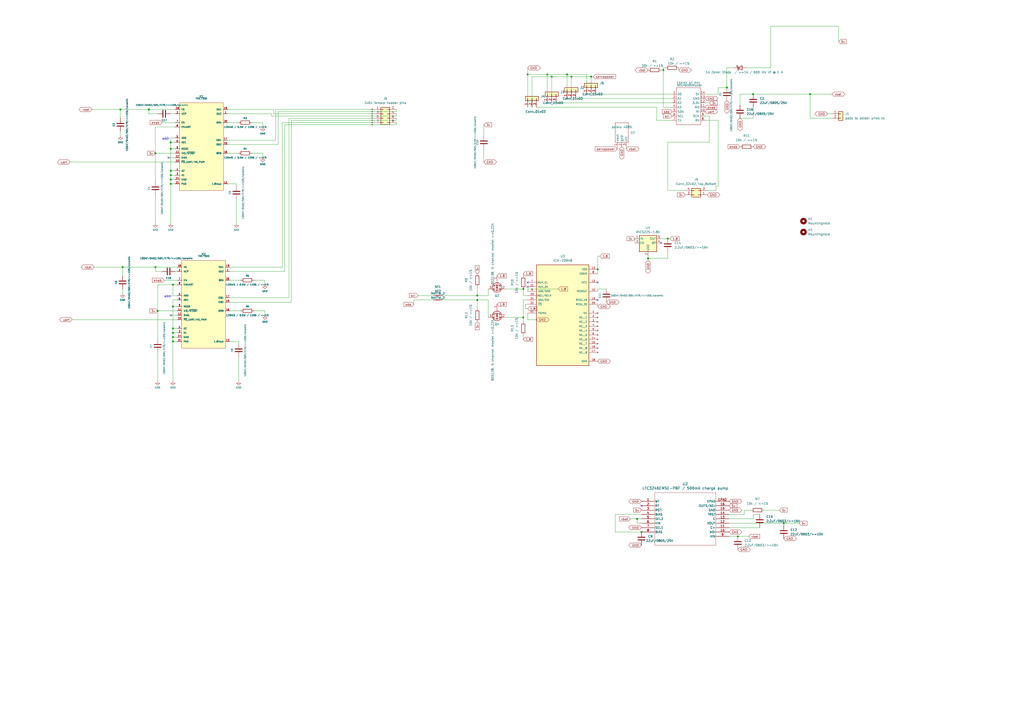
<source format=kicad_sch>
(kicad_sch (version 20230121) (generator eeschema)
  (paper "A2")
  (title_block (title "RCM NIBBLE") (rev "1.7") (company "RCMgames") (comment 1 "https://github.com/RCMgames/RCM-Hardware-Nibble"))
  (junction (at 427.99 311.15))
  (junction (at 320.04 44.45))
  (junction (at 346.71 156.21))
  (junction (at 276.86 173.99))
  (junction (at 100.33 165.1))
  (junction (at 469.9 54.61))
  (junction (at 100.33 198.12))
  (junction (at 303.53 167.64))
  (junction (at 91.44 180.34))
  (junction (at 99.06 99.06))
  (junction (at 375.92 149.86))
  (junction (at 99.06 86.36))
  (junction (at 317.5 43.18))
  (junction (at 100.33 177.8))
  (junction (at 99.06 106.68))
  (junction (at 90.17 88.9))
  (junction (at 99.06 101.6))
  (junction (at 384.81 40.64))
  (junction (at 421.64 50.8))
  (junction (at 342.9 44.45))
  (junction (at 331.47 44.45))
  (junction (at 387.35 138.43))
  (junction (at 99.06 104.14))
  (junction (at 71.12 154.94))
  (junction (at 276.86 171.45))
  (junction (at 372.11 308.61))
  (junction (at 369.57 300.99))
  (junction (at 100.33 195.58))
  (junction (at 100.33 193.04))
  (junction (at 90.17 154.94))
  (junction (at 100.33 190.5))
  (junction (at 436.88 54.61))
  (junction (at 86.36 63.5))
  (junction (at 99.06 82.55))
  (junction (at 303.53 184.15))
  (junction (at 454.66 303.53))
  (junction (at 306.07 43.18))
  (junction (at 69.85 63.5))
  (junction (at 328.93 43.18))
  (no_connect (at 97.79 91.44))
  (no_connect (at 346.71 173.99))
  (no_connect (at 383.54 140.97))
  (no_connect (at 306.07 166.37))
  (no_connect (at 99.06 182.88))
  (no_connect (at 306.07 163.83))
  (no_connect (at 346.71 163.83))
  (no_connect (at 372.11 293.37))
  (wire (pts (xy 102.87 165.1) (xy 100.33 165.1)))
  (wire (pts (xy 433.07 39.37) (xy 447.04 39.37)))
  (wire (pts (xy 240.03 176.53) (xy 240.03 173.99)))
  (wire (pts (xy 146.05 71.12) (xy 152.4 71.12)))
  (wire (pts (xy 242.57 171.45) (xy 251.46 171.45)))
  (wire (pts (xy 422.91 300.99) (xy 436.88 300.99)))
  (wire (pts (xy 425.45 39.37) (xy 421.64 39.37)))
  (wire (pts (xy 167.64 68.58) (xy 167.64 172.72)))
  (wire (pts (xy 93.98 157.48) (xy 90.17 157.48)))
  (wire (pts (xy 283.21 184.15) (xy 283.21 173.99)))
  (wire (pts (xy 99.06 86.36) (xy 99.06 99.06)))
  (wire (pts (xy 408.94 69.85) (xy 416.56 69.85)))
  (wire (pts (xy 375.92 149.86) (xy 375.92 148.59)))
  (wire (pts (xy 436.88 300.99) (xy 436.88 298.45)))
  (wire (pts (xy 381 62.23) (xy 381 69.85)))
  (wire (pts (xy 90.17 154.94) (xy 102.87 154.94)))
  (wire (pts (xy 157.48 66.04) (xy 157.48 67.31)))
  (wire (pts (xy 101.6 80.01) (xy 99.06 80.01)))
  (wire (pts (xy 422.91 311.15) (xy 427.99 311.15)))
  (wire (pts (xy 306.07 179.07) (xy 304.8 179.07)))
  (wire (pts (xy 139.7 180.34) (xy 133.35 180.34)))
  (wire (pts (xy 147.32 180.34) (xy 153.67 180.34)))
  (wire (pts (xy 454.66 303.53) (xy 454.66 304.8)))
  (wire (pts (xy 320.04 59.69) (xy 320.04 44.45)))
  (wire (pts (xy 387.35 82.55) (xy 411.48 82.55)))
  (wire (pts (xy 99.06 66.04) (xy 101.6 66.04)))
  (wire (pts (xy 429.26 54.61) (xy 429.26 60.96)))
  (wire (pts (xy 132.08 66.04) (xy 157.48 66.04)))
  (wire (pts (xy 447.04 39.37) (xy 447.04 15.24)))
  (wire (pts (xy 303.53 171.45) (xy 306.07 171.45)))
  (wire (pts (xy 133.35 154.94) (xy 163.83 154.94)))
  (wire (pts (xy 429.26 54.61) (xy 436.88 54.61)))
  (wire (pts (xy 99.06 80.01) (xy 99.06 82.55)))
  (wire (pts (xy 383.54 40.64) (xy 384.81 40.64)))
  (wire (pts (xy 306.07 43.18) (xy 306.07 62.23)))
  (wire (pts (xy 304.8 179.07) (xy 304.8 176.53)))
  (wire (pts (xy 356.87 298.45) (xy 356.87 308.61)))
  (wire (pts (xy 306.07 167.64) (xy 323.85 167.64)))
  (wire (pts (xy 436.88 68.58) (xy 429.26 68.58)))
  (wire (pts (xy 346.71 156.21) (xy 346.71 158.75)))
  (wire (pts (xy 102.87 195.58) (xy 100.33 195.58)))
  (wire (pts (xy 102.87 190.5) (xy 100.33 190.5)))
  (wire (pts (xy 431.8 298.45) (xy 422.91 298.45)))
  (wire (pts (xy 90.17 113.03) (xy 90.17 129.54)))
  (wire (pts (xy 469.9 54.61) (xy 482.6 54.61)))
  (wire (pts (xy 320.04 44.45) (xy 331.47 44.45)))
  (wire (pts (xy 99.06 101.6) (xy 99.06 104.14)))
  (wire (pts (xy 137.16 107.95) (xy 137.16 106.68)))
  (wire (pts (xy 482.6 68.58) (xy 469.9 68.58)))
  (wire (pts (xy 317.5 43.18) (xy 317.5 59.69)))
  (wire (pts (xy 381 69.85) (xy 389.89 69.85)))
  (wire (pts (xy 69.85 68.58) (xy 69.85 63.5)))
  (wire (pts (xy 91.44 196.85) (xy 91.44 180.34)))
  (wire (pts (xy 303.53 194.31) (xy 303.53 196.85)))
  (wire (pts (xy 137.16 106.68) (xy 132.08 106.68)))
  (wire (pts (xy 306.07 39.37) (xy 306.07 43.18)))
  (wire (pts (xy 408.94 59.69) (xy 411.48 59.69)))
  (wire (pts (xy 346.71 167.64) (xy 346.71 168.91)))
  (wire (pts (xy 90.17 73.66) (xy 101.6 73.66)))
  (wire (pts (xy 416.56 54.61) (xy 416.56 50.8)))
  (wire (pts (xy 160.02 63.5) (xy 160.02 81.28)))
  (wire (pts (xy 229.87 64.77) (xy 229.87 63.5)))
  (wire (pts (xy 384.81 40.64) (xy 384.81 62.23)))
  (wire (pts (xy 431.8 295.91) (xy 431.8 298.45)))
  (wire (pts (xy 100.33 190.5) (xy 100.33 193.04)))
  (wire (pts (xy 168.91 69.85) (xy 229.87 69.85)))
  (wire (pts (xy 358.14 86.36) (xy 358.14 85.09)))
  (wire (pts (xy 447.04 15.24) (xy 486.41 15.24)))
  (wire (pts (xy 165.1 72.39) (xy 165.1 157.48)))
  (wire (pts (xy 163.83 71.12) (xy 217.17 71.12)))
  (wire (pts (xy 256.54 171.45) (xy 276.86 171.45)))
  (wire (pts (xy 342.9 44.45) (xy 342.9 54.61)))
  (wire (pts (xy 158.75 63.5) (xy 158.75 66.04)))
  (wire (pts (xy 161.29 64.77) (xy 161.29 83.82)))
  (wire (pts (xy 101.6 82.55) (xy 99.06 82.55)))
  (wire (pts (xy 436.88 54.61) (xy 469.9 54.61)))
  (wire (pts (xy 276.86 173.99) (xy 283.21 173.99)))
  (wire (pts (xy 91.44 204.47) (xy 91.44 220.98)))
  (wire (pts (xy 276.86 166.37) (xy 276.86 171.45)))
  (wire (pts (xy 416.56 50.8) (xy 421.64 50.8)))
  (wire (pts (xy 138.43 207.01) (xy 138.43 220.98)))
  (wire (pts (xy 132.08 81.28) (xy 160.02 81.28)))
  (wire (pts (xy 393.7 39.37) (xy 393.7 40.64)))
  (wire (pts (xy 306.07 43.18) (xy 317.5 43.18)))
  (wire (pts (xy 100.33 165.1) (xy 100.33 171.45)))
  (wire (pts (xy 160.02 63.5) (xy 217.17 63.5)))
  (wire (pts (xy 99.06 99.06) (xy 99.06 101.6)))
  (wire (pts (xy 322.58 59.69) (xy 389.89 59.69)))
  (wire (pts (xy 229.87 69.85) (xy 229.87 68.58)))
  (wire (pts (xy 69.85 78.74) (xy 69.85 76.2)))
  (wire (pts (xy 102.87 193.04) (xy 100.33 193.04)))
  (wire (pts (xy 138.43 71.12) (xy 132.08 71.12)))
  (wire (pts (xy 100.33 173.99) (xy 100.33 177.8)))
  (wire (pts (xy 372.11 303.53) (xy 369.57 303.53)))
  (wire (pts (xy 369.57 300.99) (xy 372.11 300.99)))
  (wire (pts (xy 101.6 99.06) (xy 99.06 99.06)))
  (wire (pts (xy 90.17 157.48) (xy 90.17 154.94)))
  (wire (pts (xy 276.86 173.99) (xy 276.86 179.07)))
  (wire (pts (xy 147.32 162.56) (xy 153.67 162.56)))
  (wire (pts (xy 101.6 101.6) (xy 99.06 101.6)))
  (wire (pts (xy 303.53 186.69) (xy 303.53 184.15)))
  (wire (pts (xy 303.53 173.99) (xy 306.07 173.99)))
  (wire (pts (xy 317.5 43.18) (xy 328.93 43.18)))
  (wire (pts (xy 387.35 110.49) (xy 397.51 110.49)))
  (wire (pts (xy 158.75 66.04) (xy 217.17 66.04)))
  (wire (pts (xy 384.81 62.23) (xy 389.89 62.23)))
  (wire (pts (xy 387.35 138.43) (xy 383.54 138.43)))
  (wire (pts (xy 408.94 54.61) (xy 416.56 54.61)))
  (wire (pts (xy 99.06 104.14) (xy 99.06 106.68)))
  (wire (pts (xy 280.67 86.36) (xy 280.67 93.98)))
  (wire (pts (xy 256.54 173.99) (xy 276.86 173.99)))
  (wire (pts (xy 102.87 177.8) (xy 100.33 177.8)))
  (wire (pts (xy 283.21 167.64) (xy 283.21 171.45)))
  (wire (pts (xy 132.08 83.82) (xy 161.29 83.82)))
  (wire (pts (xy 91.44 66.04) (xy 86.36 66.04)))
  (wire (pts (xy 138.43 88.9) (xy 132.08 88.9)))
  (wire (pts (xy 101.6 106.68) (xy 99.06 106.68)))
  (wire (pts (xy 53.34 63.5) (xy 69.85 63.5)))
  (wire (pts (xy 416.56 69.85) (xy 416.56 107.95)))
  (wire (pts (xy 91.44 165.1) (xy 91.44 180.34)))
  (wire (pts (xy 90.17 105.41) (xy 90.17 88.9)))
  (wire (pts (xy 163.83 71.12) (xy 163.83 154.94)))
  (wire (pts (xy 101.6 88.9) (xy 90.17 88.9)))
  (wire (pts (xy 293.37 167.64) (xy 303.53 167.64)))
  (wire (pts (xy 346.71 176.53) (xy 346.71 177.8)))
  (wire (pts (xy 387.35 146.05) (xy 387.35 149.86)))
  (wire (pts (xy 153.67 162.56) (xy 153.67 165.1)))
  (wire (pts (xy 303.53 184.15) (xy 293.37 184.15)))
  (wire (pts (xy 436.88 298.45) (xy 440.69 298.45)))
  (wire (pts (xy 102.87 173.99) (xy 100.33 173.99)))
  (wire (pts (xy 469.9 68.58) (xy 469.9 54.61)))
  (wire (pts (xy 331.47 44.45) (xy 331.47 57.15)))
  (wire (pts (xy 452.12 295.91) (xy 443.23 295.91)))
  (wire (pts (xy 240.03 173.99) (xy 251.46 173.99)))
  (wire (pts (xy 102.87 180.34) (xy 91.44 180.34)))
  (wire (pts (xy 347.98 148.59) (xy 346.71 148.59)))
  (wire (pts (xy 99.06 182.88) (xy 102.87 182.88)))
  (wire (pts (xy 454.66 303.53) (xy 463.55 303.53)))
  (wire (pts (xy 100.33 195.58) (xy 100.33 198.12)))
  (wire (pts (xy 303.53 171.45) (xy 303.53 167.64)))
  (wire (pts (xy 133.35 172.72) (xy 167.64 172.72)))
  (wire (pts (xy 101.6 157.48) (xy 102.87 157.48)))
  (wire (pts (xy 133.35 157.48) (xy 165.1 157.48)))
  (wire (pts (xy 153.67 180.34) (xy 153.67 182.88)))
  (wire (pts (xy 101.6 104.14) (xy 99.06 104.14)))
  (wire (pts (xy 408.94 67.31) (xy 411.48 67.31)))
  (wire (pts (xy 422.91 303.53) (xy 454.66 303.53)))
  (wire (pts (xy 306.07 181.61) (xy 306.07 185.42)))
  (wire (pts (xy 340.36 43.18) (xy 328.93 43.18)))
  (wire (pts (xy 102.87 198.12) (xy 100.33 198.12)))
  (wire (pts (xy 480.06 66.04) (xy 482.6 66.04)))
  (wire (pts (xy 71.12 170.18) (xy 71.12 167.64)))
  (wire (pts (xy 375.92 149.86) (xy 375.92 151.13)))
  (wire (pts (xy 384.81 39.37) (xy 384.81 40.64)))
  (wire (pts (xy 54.61 154.94) (xy 71.12 154.94)))
  (wire (pts (xy 152.4 88.9) (xy 152.4 91.44)))
  (wire (pts (xy 229.87 67.31) (xy 229.87 66.04)))
  (wire (pts (xy 415.29 110.49) (xy 410.21 110.49)))
  (wire (pts (xy 422.91 306.07) (xy 440.69 306.07)))
  (wire (pts (xy 365.76 300.99) (xy 369.57 300.99)))
  (wire (pts (xy 41.91 185.42) (xy 102.87 185.42)))
  (wire (pts (xy 91.44 165.1) (xy 100.33 165.1)))
  (wire (pts (xy 101.6 86.36) (xy 99.06 86.36)))
  (wire (pts (xy 486.41 15.24) (xy 486.41 24.13)))
  (wire (pts (xy 90.17 73.66) (xy 90.17 88.9)))
  (wire (pts (xy 132.08 63.5) (xy 158.75 63.5)))
  (wire (pts (xy 86.36 66.04) (xy 86.36 63.5)))
  (wire (pts (xy 342.9 44.45) (xy 344.17 44.45)))
  (wire (pts (xy 303.53 173.99) (xy 303.53 184.15)))
  (wire (pts (xy 363.22 86.36) (xy 363.22 85.09)))
  (wire (pts (xy 102.87 162.56) (xy 95.25 162.56)))
  (wire (pts (xy 368.3 138.43) (xy 368.3 140.97)))
  (wire (pts (xy 304.8 176.53) (xy 306.07 176.53)))
  (wire (pts (xy 303.53 158.75) (xy 303.53 160.02)))
  (wire (pts (xy 276.86 171.45) (xy 283.21 171.45)))
  (wire (pts (xy 334.01 57.15) (xy 389.89 57.15)))
  (wire (pts (xy 71.12 160.02) (xy 71.12 154.94)))
  (wire (pts (xy 165.1 72.39) (xy 229.87 72.39)))
  (wire (pts (xy 86.36 63.5) (xy 101.6 63.5)))
  (wire (pts (xy 157.48 67.31) (xy 229.87 67.31)))
  (wire (pts (xy 217.17 68.58) (xy 167.64 68.58)))
  (wire (pts (xy 100.33 193.04) (xy 100.33 195.58)))
  (wire (pts (xy 387.35 149.86) (xy 375.92 149.86)))
  (wire (pts (xy 421.64 39.37) (xy 421.64 50.8)))
  (wire (pts (xy 99.06 106.68) (xy 99.06 129.54)))
  (wire (pts (xy 168.91 69.85) (xy 168.91 175.26)))
  (wire (pts (xy 340.36 54.61) (xy 340.36 43.18)))
  (wire (pts (xy 161.29 64.77) (xy 229.87 64.77)))
  (wire (pts (xy 415.29 107.95) (xy 415.29 110.49)))
  (wire (pts (xy 308.61 44.45) (xy 320.04 44.45)))
  (wire (pts (xy 71.12 154.94) (xy 90.17 154.94)))
  (wire (pts (xy 411.48 67.31) (xy 411.48 82.55)))
  (wire (pts (xy 99.06 82.55) (xy 99.06 86.36)))
  (wire (pts (xy 40.64 93.98) (xy 101.6 93.98)))
  (wire (pts (xy 280.67 72.39) (xy 280.67 78.74)))
  (wire (pts (xy 138.43 198.12) (xy 133.35 198.12)))
  (wire (pts (xy 101.6 71.12) (xy 93.98 71.12)))
  (wire (pts (xy 146.05 88.9) (xy 152.4 88.9)))
  (wire (pts (xy 308.61 44.45) (xy 308.61 62.23)))
  (wire (pts (xy 138.43 199.39) (xy 138.43 198.12)))
  (wire (pts (xy 372.11 298.45) (xy 356.87 298.45)))
  (wire (pts (xy 102.87 171.45) (xy 100.33 171.45)))
  (wire (pts (xy 229.87 72.39) (xy 229.87 71.12)))
  (wire (pts (xy 306.07 168.91) (xy 306.07 167.64)))
  (wire (pts (xy 427.99 311.15) (xy 434.34 311.15)))
  (wire (pts (xy 435.61 295.91) (xy 431.8 295.91)))
  (wire (pts (xy 100.33 198.12) (xy 100.33 220.98)))
  (wire (pts (xy 139.7 162.56) (xy 133.35 162.56)))
  (wire (pts (xy 133.35 175.26) (xy 168.91 175.26)))
  (wire (pts (xy 416.56 107.95) (xy 415.29 107.95)))
  (wire (pts (xy 346.71 148.59) (xy 346.71 156.21)))
  (wire (pts (xy 100.33 177.8) (xy 100.33 190.5)))
  (wire (pts (xy 356.87 308.61) (xy 372.11 308.61)))
  (wire (pts (xy 369.57 300.99) (xy 369.57 303.53)))
  (wire (pts (xy 311.15 62.23) (xy 381 62.23)))
  (wire (pts (xy 384.81 39.37) (xy 386.08 39.37)))
  (wire (pts (xy 388.62 138.43) (xy 387.35 138.43)))
  (wire (pts (xy 152.4 71.12) (xy 152.4 73.66)))
  (wire (pts (xy 436.88 62.23) (xy 436.88 68.58)))
  (wire (pts (xy 351.79 167.64) (xy 346.71 167.64)))
  (wire (pts (xy 345.44 54.61) (xy 389.89 54.61)))
  (wire (pts (xy 97.79 91.44) (xy 101.6 91.44)))
  (wire (pts (xy 331.47 44.45) (xy 342.9 44.45)))
  (wire (pts (xy 306.07 185.42) (xy 311.15 185.42)))
  (wire (pts (xy 69.85 63.5) (xy 86.36 63.5)))
  (wire (pts (xy 137.16 115.57) (xy 137.16 129.54)))
  (wire (pts (xy 328.93 57.15) (xy 328.93 43.18)))
  (wire (pts (xy 387.35 110.49) (xy 387.35 82.55)))
  (text "addr\n" (at 93.98 81.28 0) (effects (font (size 1.27 1.27)) (justify left bottom)))
  (text "addr\n" (at 95.25 172.72 0) (effects (font (size 1.27 1.27)) (justify left bottom)))
  (global_label "5v" (shape input) (at 372.11 295.91 180) (property "Intersheetrefs" "${INTERSHEET_REFS}" (effects hide)))
  (global_label "1.8" (shape input) (at 303.53 196.85 0) (property "Intersheetrefs" "${INTERSHEET_REFS}" (effects hide)))
  (global_label "3v" (shape input) (at 90.17 88.9 180) (property "Intersheetrefs" "${INTERSHEET_REFS}" (effects hide)))
  (global_label "enab" (shape input) (at 95.25 162.56 180) (property "Intersheetrefs" "${INTERSHEET_REFS}" (effects hide)))
  (global_label "servopower" (shape input) (at 344.17 44.45 0) (property "Intersheetrefs" "${INTERSHEET_REFS}" (effects hide)))
  (global_label "GND" (shape bidirectional) (at 410.21 113.03 0) (property "Intersheetrefs" "${INTERSHEET_REFS}" (effects hide)))
  (global_label "GND" (shape bidirectional) (at 454.66 312.42 0) (property "Intersheetrefs" "${INTERSHEET_REFS}" (effects hide)))
  (global_label "GND" (shape bidirectional) (at 306.07 39.37 0) (property "Intersheetrefs" "${INTERSHEET_REFS}" (effects hide)))
  (global_label "GND" (shape bidirectional) (at 372.11 306.07 180) (property "Intersheetrefs" "${INTERSHEET_REFS}" (effects hide)))
  (global_label "GND" (shape bidirectional) (at 372.11 290.83 180) (property "Intersheetrefs" "${INTERSHEET_REFS}" (effects hide)))
  (global_label "1.8" (shape input) (at 323.85 167.64 0) (property "Intersheetrefs" "${INTERSHEET_REFS}" (effects hide)))
  (global_label "GND" (shape bidirectional) (at 427.99 318.77 0) (property "Intersheetrefs" "${INTERSHEET_REFS}" (effects hide)))
  (global_label "vbat" (shape input) (at 365.76 300.99 180) (property "Intersheetrefs" "${INTERSHEET_REFS}" (effects hide)))
  (global_label "GND" (shape bidirectional) (at 346.71 177.8 0) (property "Intersheetrefs" "${INTERSHEET_REFS}" (effects hide)))
  (global_label "uart" (shape bidirectional) (at 40.64 93.98 180) (property "Intersheetrefs" "${INTERSHEET_REFS}" (effects hide)))
  (global_label "5v" (shape input) (at 422.91 293.37 0) (property "Intersheetrefs" "${INTERSHEET_REFS}" (effects hide)))
  (global_label "GND" (shape bidirectional) (at 421.64 58.42 270) (property "Intersheetrefs" "${INTERSHEET_REFS}" (effects hide)))
  (global_label "enab" (shape input) (at 429.26 85.09 180) (property "Intersheetrefs" "${INTERSHEET_REFS}" (effects hide)))
  (global_label "3v" (shape input) (at 276.86 158.75 90) (property "Intersheetrefs" "${INTERSHEET_REFS}" (effects hide)))
  (global_label "1.8" (shape input) (at 347.98 148.59 0) (property "Intersheetrefs" "${INTERSHEET_REFS}" (effects hide)))
  (global_label "GND" (shape bidirectional) (at 436.88 85.09 0) (property "Intersheetrefs" "${INTERSHEET_REFS}" (effects hide)))
  (global_label "3v" (shape input) (at 397.51 113.03 180) (property "Intersheetrefs" "${INTERSHEET_REFS}" (effects hide)))
  (global_label "3v" (shape input) (at 280.67 72.39 0) (property "Intersheetrefs" "${INTERSHEET_REFS}" (effects hide)))
  (global_label "1.8" (shape input) (at 288.29 176.53 0) (property "Intersheetrefs" "${INTERSHEET_REFS}" (effects hide)))
  (global_label "3v" (shape input) (at 276.86 186.69 270) (property "Intersheetrefs" "${INTERSHEET_REFS}" (effects hide)))
  (global_label "vbat" (shape bidirectional) (at 54.61 154.94 180) (property "Intersheetrefs" "${INTERSHEET_REFS}" (effects hide)))
  (global_label "vbat" (shape bidirectional) (at 375.92 40.64 180) (property "Intersheetrefs" "${INTERSHEET_REFS}" (effects hide)))
  (global_label "5v" (shape input) (at 486.41 24.13 0) (property "Intersheetrefs" "${INTERSHEET_REFS}" (effects hide)))
  (global_label "5v" (shape input) (at 452.12 295.91 0) (property "Intersheetrefs" "${INTERSHEET_REFS}" (effects hide)))
  (global_label "5v" (shape input) (at 463.55 303.53 0) (property "Intersheetrefs" "${INTERSHEET_REFS}" (effects hide)))
  (global_label "sda" (shape input) (at 389.89 64.77 180) (property "Intersheetrefs" "${INTERSHEET_REFS}" (effects hide)))
  (global_label "vbat" (shape bidirectional) (at 482.6 54.61 0) (property "Intersheetrefs" "${INTERSHEET_REFS}" (effects hide)))
  (global_label "GND" (shape bidirectional) (at 311.15 185.42 0) (property "Intersheetrefs" "${INTERSHEET_REFS}" (effects hide)))
  (global_label "1.8" (shape input) (at 288.29 160.02 0) (property "Intersheetrefs" "${INTERSHEET_REFS}" (effects hide)))
  (global_label "3v" (shape input) (at 411.48 59.69 0) (property "Intersheetrefs" "${INTERSHEET_REFS}" (effects hide)))
  (global_label "sda" (shape input) (at 240.03 176.53 180) (property "Intersheetrefs" "${INTERSHEET_REFS}" (effects hide)))
  (global_label "GND" (shape bidirectional) (at 393.7 40.64 0) (property "Intersheetrefs" "${INTERSHEET_REFS}" (effects hide)))
  (global_label "GND" (shape bidirectional) (at 422.91 290.83 0) (property "Intersheetrefs" "${INTERSHEET_REFS}" (effects hide)))
  (global_label "scl" (shape input) (at 389.89 67.31 180) (property "Intersheetrefs" "${INTERSHEET_REFS}" (effects hide)))
  (global_label "enab" (shape input) (at 408.94 62.23 0) (property "Intersheetrefs" "${INTERSHEET_REFS}" (effects hide)))
  (global_label "GND" (shape bidirectional) (at 480.06 66.04 180) (property "Intersheetrefs" "${INTERSHEET_REFS}" (effects hide)))
  (global_label "3v" (shape input) (at 91.44 180.34 180) (property "Intersheetrefs" "${INTERSHEET_REFS}" (effects hide)))
  (global_label "GND" (shape bidirectional) (at 422.91 308.61 0) (property "Intersheetrefs" "${INTERSHEET_REFS}" (effects hide)))
  (global_label "GND" (shape bidirectional) (at 429.26 68.58 270) (property "Intersheetrefs" "${INTERSHEET_REFS}" (effects hide)))
  (global_label "uart" (shape bidirectional) (at 41.91 185.42 180) (property "Intersheetrefs" "${INTERSHEET_REFS}" (effects hide)))
  (global_label "GND" (shape bidirectional) (at 375.92 151.13 270) (property "Intersheetrefs" "${INTERSHEET_REFS}" (effects hide)))
  (global_label "GND" (shape bidirectional) (at 360.68 85.09 270) (property "Intersheetrefs" "${INTERSHEET_REFS}" (effects hide)))
  (global_label "1.8" (shape input) (at 303.53 158.75 0) (property "Intersheetrefs" "${INTERSHEET_REFS}" (effects hide)))
  (global_label "vbat" (shape bidirectional) (at 53.34 63.5 180) (property "Intersheetrefs" "${INTERSHEET_REFS}" (effects hide)))
  (global_label "1.8" (shape input) (at 306.07 179.07 0) (property "Intersheetrefs" "${INTERSHEET_REFS}" (effects hide)))
  (global_label "vbat" (shape input) (at 434.34 311.15 0) (property "Intersheetrefs" "${INTERSHEET_REFS}" (effects hide)))
  (global_label "GND" (shape bidirectional) (at 280.67 93.98 0) (property "Intersheetrefs" "${INTERSHEET_REFS}" (effects hide)))
  (global_label "GND" (shape bidirectional) (at 422.91 295.91 0) (property "Intersheetrefs" "${INTERSHEET_REFS}" (effects hide)))
  (global_label "GND" (shape bidirectional) (at 372.11 316.23 180) (property "Intersheetrefs" "${INTERSHEET_REFS}" (effects hide)))
  (global_label "GND" (shape bidirectional) (at 351.79 175.26 0) (property "Intersheetrefs" "${INTERSHEET_REFS}" (effects hide)))
  (global_label "3v" (shape input) (at 368.3 138.43 180) (property "Intersheetrefs" "${INTERSHEET_REFS}" (effects hide)))
  (global_label "scl" (shape input) (at 242.57 171.45 180) (property "Intersheetrefs" "${INTERSHEET_REFS}" (effects hide)))
  (global_label "vbat" (shape bidirectional) (at 363.22 86.36 0) (property "Intersheetrefs" "${INTERSHEET_REFS}" (effects hide)))
  (global_label "GND" (shape bidirectional) (at 346.71 209.55 0) (property "Intersheetrefs" "${INTERSHEET_REFS}" (effects hide)))
  (global_label "enab" (shape input) (at 93.98 71.12 180) (property "Intersheetrefs" "${INTERSHEET_REFS}" (effects hide)))
  (global_label "GND" (shape bidirectional) (at 408.94 57.15 0) (property "Intersheetrefs" "${INTERSHEET_REFS}" (effects hide)))
  (global_label "servopower" (shape input) (at 358.14 86.36 180) (property "Intersheetrefs" "${INTERSHEET_REFS}" (effects hide)))
  (global_label "1.8" (shape input) (at 388.62 138.43 0) (property "Intersheetrefs" "${INTERSHEET_REFS}" (effects hide)))
  (global_label "uart" (shape bidirectional) (at 408.94 64.77 0) (property "Intersheetrefs" "${INTERSHEET_REFS}" (effects hide)))
  (netclass_flag "" (length 0.1) (shape dot) (at 215.8659 71.12 0) (property "Netclass" "motor out" (effects hide)))
  (netclass_flag "" (length 0.1) (shape dot) (at 215.9 72.39 0) (property "Netclass" "motor out" (effects hide)))
  (netclass_flag "" (length 0.1) (shape dot) (at 215.9 69.85 0) (property "Netclass" "motor out" (effects hide)))
  (netclass_flag "" (length 0.1) (shape dot) (at 215.9 63.5 0) (property "Netclass" "motor out" (effects hide)))
  (netclass_flag "" (length 0.1) (shape dot) (at 215.9 68.58 0) (property "Netclass" "motor out" (effects hide)))
  (netclass_flag "" (length 0.1) (shape dot) (at 215.9 67.31 0) (property "Netclass" "motor out" (effects hide)))
  (netclass_flag "" (length 0.1) (shape dot) (at 215.9 64.77 0) (property "Netclass" "motor out" (effects hide)))
  (netclass_flag "" (length 0.1) (shape dot) (at 215.9 66.04 0) (property "Netclass" "motor out" (effects hide)))
  (symbol (lib_id "Connector_Generic:Conn_01x03") (at 342.9 49.53 90) (unit 1)
    (property "Reference" "J5" (at 347.98 48.26 90) (effects (justify right)))
    (property "Value" "Conn_01x03" (at 337.82 54.61 90) (effects (justify right)))
    (property "Footprint" "Connector_PinHeader_2.54mm:PinHeader_1x03_P2.54mm_Vertical" (effects hide))
    (property "Package" "tht" (effects hide))
    (property "mpn" "do not place or purchase for PCB assembly" (effects hide))
    (property "mount_type" "tht" (effects hide))
  )
  (symbol (lib_id "Device:R") (at 143.51 180.34 270) (unit 1)
    (property "Reference" "R6" (at 143.51 177.8 90) (effects (font (size 0.9906 0.9906))))
    (property "Value" "120mΩ / 0.5W / 1206 / <=1%" (at 143.51 182.88 90) (effects (font (size 0.9906 0.9906))))
    (property "Footprint" "Resistor_SMD:R_1206_3216Metric" (effects hide))
    (property "digikey part #" "CRL1206-FW-R120ELFCT-ND" (effects hide))
    (property "Manufacturer" "Bourns Inc." (effects hide))
    (property "Package" "1206" (effects hide))
    (property "mount_type" "smt" (effects hide))
    (property "mpn" "CRL1206-FW-R120ELF" (effects hide))
    (property "link" "https://www.digikey.com/en/products/detail/bourns-inc/CRL1206-FW-R120ELF/3785719" (effects hide))
  )
  (symbol (lib_id "Device:R") (at 303.53 163.83 180) (unit 1)
    (property "Reference" "R10" (at 297.18 163.83 90))
    (property "Value" "10k / <=1%" (at 299.72 163.83 90))
    (property "Footprint" "Resistor_SMD:R_0402_1005Metric" (effects hide))
    (property "digikey part #" "CR0402-FX-1002GLFCT-ND" (effects hide))
    (property "Manufacturer" "Bourns Inc." (effects hide))
    (property "Package" "0402" (effects hide))
    (property "mount_type" "smt" (effects hide))
    (property "mpn" "CR0402-FX-1002GLF" (effects hide))
    (property "link" "https://www.digikey.com/en/products/detail/bourns-inc/CR0402-FX-1002GLF/3593192" (effects hide))
  )
  (symbol (lib_id "Device:C") (at 387.35 142.24 0) (unit 1)
    (property "Reference" "C14" (at 391.16 140.97 0) (effects (justify left)))
    (property "Value" "2.2uF/0603/>=16V" (at 391.16 143.51 0) (effects (justify left)))
    (property "Footprint" "Capacitor_SMD:C_0603_1608Metric" (effects hide))
    (property "mount_type" "smt" (effects hide))
    (property "Manufacturer" "Cal-Chip Electronics, Inc." (effects hide))
    (property "Package" "0603" (effects hide))
    (property "digikey part #" "4713-GMC10X7R225K16NTCT-ND" (effects hide))
    (property "link" "https://www.digikey.cn/en/products/detail/cal-chip-electronics-inc/GMC10X7R225K16NT/22461333" (effects hide))
    (property "mpn" "GMC10X7R225K16NT" (effects hide))
  )
  (symbol (lib_id "Transistor_FET:BSS138") (at 288.29 181.61 90) (mirror x) (unit 1)
    (property "Reference" "Q4" (at 288.29 187.96 90))
    (property "Value" "BSS138, N channel mosfet >=0.22A" (at 285.75 203.2 0))
    (property "Footprint" "Package_TO_SOT_SMD:SOT-23" (effects hide))
    (property "Datasheet" "https://www.onsemi.com/pub/Collateral/BSS138-D.PDF" (effects hide))
    (property "Package" "SOT-23" (effects hide))
    (property "Manufacturer" "onsemi" (effects hide))
    (property "digikey part #" "BSS138CT-ND" (effects hide))
    (property "link" "https://www.digikey.com/en/products/detail/onsemi/BSS138/244210" (effects hide))
    (property "mount_type" "smt" (effects hide))
    (property "mpn" "BSS138" (effects hide))
  )
  (symbol (lib_id "power:GND") (at 100.33 220.98 0) (unit 1)
    (property "Reference" "#PWR011" (effects hide))
    (property "Value" "GND" (at 100.33 224.79 0) (effects (font (size 0.9906 0.9906))))
  )
  (symbol (lib_id "!RCMhardware:LTC3246EMSE-PBF") (at 372.11 290.83 0) (unit 1)
    (property "Reference" "U2" (at 397.51 280.67 0) (effects (font (size 1.524 1.524))))
    (property "Value" "LTC3246EMSE-PBF / 500mA charge pump" (at 397.51 283.21 0) (effects (font (size 1.524 1.524))))
    (property "Footprint" "!RCMhardware footprints:MSE_16_ADI" (effects hide))
    (property "mount_type" "smt" (effects hide))
    (property "Manufacturer" "Analog Devices" (effects hide))
    (property "Package" "16-TFSOP (0.118\", 3.00mm Width) Exposed Pad" (effects hide))
    (property "digikey part #" "LTC3246EMSE#PBF-ND" (effects hide))
    (property "link" "https://www.digikey.com/en/products/detail/analog-devices-inc/LTC3246EMSE-PBF/7363792" (effects hide))
    (property "mpn" "LTC3246EMSE#PBF" (effects hide))
  )
  (symbol (lib_id "Device:R") (at 439.42 295.91 90) (unit 1)
    (property "Reference" "R7" (at 439.42 289.56 90))
    (property "Value" "10k / <=1%" (at 439.42 292.1 90))
    (property "Footprint" "Resistor_SMD:R_0402_1005Metric" (effects hide))
    (property "digikey part #" "CR0402-FX-1002GLFCT-ND" (effects hide))
    (property "Manufacturer" "Bourns Inc." (effects hide))
    (property "Package" "0402" (effects hide))
    (property "mount_type" "smt" (effects hide))
    (property "mpn" "CR0402-FX-1002GLF" (effects hide))
    (property "link" "https://www.digikey.com/en/products/detail/bourns-inc/CR0402-FX-1002GLF/3593192" (effects hide))
  )
  (symbol (lib_id "Device:C") (at 440.69 302.26 0) (unit 1)
    (property "Reference" "C10" (at 444.5 299.72 0) (effects (justify left)))
    (property "Value" "2.2uF/0603/>=16V" (at 444.5 302.26 0) (effects (justify left)))
    (property "Footprint" "Capacitor_SMD:C_0603_1608Metric" (effects hide))
    (property "mount_type" "smt" (effects hide))
    (property "Manufacturer" "Cal-Chip Electronics, Inc." (effects hide))
    (property "Package" "0603" (effects hide))
    (property "digikey part #" "4713-GMC10X7R225K16NTCT-ND" (effects hide))
    (property "link" "https://www.digikey.cn/en/products/detail/cal-chip-electronics-inc/GMC10X7R225K16NT/22461333" (effects hide))
    (property "mpn" "GMC10X7R225K16NT" (effects hide))
  )
  (symbol (lib_id "!RCMhardware:ESP32_QT_PY") (at 400.05 62.23 0) (unit 1)
    (property "Reference" "ESP32_QT_PY1" (at 399.415 48.26 0))
    (property "Value" "microcontroller" (at 400.05 49.53 0))
    (property "Footprint" "!RCMhardware footprints:ESP32 QT PY" (effects hide))
    (property "digikey part #" "1528-5426-ND or 1528-5700-ND" (effects hide))
    (property "Manufacturer" "do not place or purchase for PCB assembly" (effects hide))
    (property "Package" "tht" (effects hide))
    (property "mount_type" "tht" (effects hide))
    (property "mpn" "do not place or purchase for PCB assembly" (effects hide))
  )
  (symbol (lib_id "Device:C") (at 90.17 109.22 0) (unit 1)
    (property "Reference" "C4" (at 86.36 109.22 90) (effects (font (size 0.9906 0.9906))))
    (property "Value" "100nF/0402/50V/X7R/<=10%/ceramic" (at 93.98 109.22 90) (effects (font (size 0.9906 0.9906))))
    (property "Footprint" "Capacitor_SMD:C_0402_1005Metric" (effects hide))
    (property "digikey part #" "4713-GMC04X7R104K50NTCT-ND" (effects hide))
    (property "Manufacturer" "Cal-Chip Electronics, Inc." (effects hide))
    (property "Package" "0402" (effects hide))
    (property "mount_type" "smt" (effects hide))
    (property "mpn" "GMC04X7R104K50NT" (effects hide))
    (property "link" "https://www.digikey.cn/en/products/detail/cal-chip-electronics-inc/GMC04X7R104K50NT/18151122" (effects hide))
  )
  (symbol (lib_id "!RCMhardware:TMC7300-Trinamic") (at 116.84 85.09 0) (unit 1)
    (property "Reference" "IC1" (at 116.84 55.88 0) (effects (font (size 0.9906 0.9906))))
    (property "Value" "TMC7300" (at 116.84 57.15 0) (effects (font (size 0.9906 0.9906))))
    (property "Footprint" "!RCMhardware footprints:QFN-20-1EP_3x3mm_P0.4mm_EP1.65x1.65mm" (effects hide))
    (property "Datasheet" "https://www.analog.com/media/en/technical-documentation/data-sheets/TMC7300_datasheet_rev1.08.pdf" (effects hide))
    (property "digikey part #" "175-TMC7300-LA-TCT-ND" (effects hide))
    (property "Manufacturer" "Analog Devices" (effects hide))
    (property "Package" "QFN-20-1EP_3x3mm_P0.4mm_EP1.65x1.65mm" (effects hide))
    (property "mount_type" "smt" (effects hide))
    (property "mpn" "TMC7300-LA-T" (effects hide))
    (property "link" "https://www.digikey.com/en/products/detail/analog-devices-inc-maxim-integrated/TMC7300-LA-T/11483537" (effects hide))
  )
  (symbol (lib_id "power:GND") (at 152.4 73.66 0) (unit 1)
    (property "Reference" "#PWR01" (effects hide))
    (property "Value" "GND" (at 152.4 77.47 0) (effects (font (size 0.9906 0.9906))))
  )
  (symbol (lib_id "Connector_Generic:Conn_02x02_Top_Bottom") (at 405.13 113.03 180) (unit 1)
    (property "Reference" "J9" (at 403.86 104.14 0))
    (property "Value" "Conn_02x02_Top_Bottom" (at 403.86 106.68 0))
    (property "Footprint" "Connector_PinHeader_2.54mm:PinHeader_2x02_P2.54mm_Vertical" (effects hide))
    (property "Package" "tht" (effects hide))
    (property "Manufacturer" "do not place or purchase for PCB assembly" (effects hide))
    (property "mount_type" "tht" (effects hide))
    (property "mpn" "do not place or purchase for PCB assembly" (effects hide))
  )
  (symbol (lib_id "power:GND") (at 153.67 165.1 0) (unit 1)
    (property "Reference" "#PWR07" (effects hide))
    (property "Value" "GND" (at 153.67 168.91 0) (effects (font (size 0.9906 0.9906))))
  )
  (symbol (lib_id "Device:C") (at 69.85 72.39 0) (unit 1)
    (property "Reference" "C3" (at 66.04 72.39 90) (effects (font (size 0.9906 0.9906))))
    (property "Value" "100nF/0402/50V/X7R/<=10%/ceramic" (at 73.66 72.39 90) (effects (font (size 0.9906 0.9906))))
    (property "Footprint" "Capacitor_SMD:C_0402_1005Metric" (effects hide))
    (property "digikey part #" "4713-GMC04X7R104K50NTCT-ND" (effects hide))
    (property "Manufacturer" "Cal-Chip Electronics, Inc." (effects hide))
    (property "Package" "0402" (effects hide))
    (property "mount_type" "smt" (effects hide))
    (property "mpn" "GMC04X7R104K50NT" (effects hide))
    (property "link" "https://www.digikey.cn/en/products/detail/cal-chip-electronics-inc/GMC04X7R104K50NT/18151122" (effects hide))
  )
  (symbol (lib_id "Device:NetTie_2") (at 254 171.45 0) (unit 1) (in_bom no)
    (property "Reference" "NT1" (at 254 166.37 0))
    (property "Value" "NetTie_2" (at 254 170.18 0))
    (property "Footprint" "Jumper:SolderJumper-2_P1.3mm_Bridged_Pad1.0x1.5mm" (effects hide))
    (property "Package" "n/a" (effects hide))
    (property "Manufacturer" "n/a" (effects hide))
    (property "digikey part #" "n/a" (effects hide))
    (property "link" "n/a" (effects hide))
    (property "mount_type" "tht" (effects hide))
    (property "mpn" "do not place or purchase for PCB assembly" (effects hide))
  )
  (symbol (lib_id "power:GND") (at 152.4 91.44 0) (unit 1)
    (property "Reference" "#PWR03" (effects hide))
    (property "Value" "GND" (at 152.4 95.25 0) (effects (font (size 0.9906 0.9906))))
  )
  (symbol (lib_id "power:GND") (at 153.67 182.88 0) (unit 1)
    (property "Reference" "#PWR09" (effects hide))
    (property "Value" "GND" (at 153.67 186.69 0) (effects (font (size 0.9906 0.9906))))
  )
  (symbol (lib_id "Device:C") (at 97.79 157.48 90) (unit 1)
    (property "Reference" "C18" (at 97.79 161.29 90) (effects (font (size 0.9906 0.9906))))
    (property "Value" "100nF/0402/50V/X7R/<=10%/ceramic" (at 96.52 149.86 90) (effects (font (size 0.9906 0.9906))))
    (property "Footprint" "Capacitor_SMD:C_0402_1005Metric" (effects hide))
    (property "digikey part #" "4713-GMC04X7R104K50NTCT-ND" (effects hide))
    (property "Manufacturer" "Cal-Chip Electronics, Inc." (effects hide))
    (property "Package" "0402" (effects hide))
    (property "mount_type" "smt" (effects hide))
    (property "mpn" "GMC04X7R104K50NT" (effects hide))
    (property "link" "https://www.digikey.cn/en/products/detail/cal-chip-electronics-inc/GMC04X7R104K50NT/18151122" (effects hide))
  )
  (symbol (lib_id "Device:C") (at 372.11 312.42 180) (unit 1)
    (property "Reference" "C9" (at 375.92 311.15 0) (effects (justify right)))
    (property "Value" "22uF/0805/25V" (at 374.65 313.69 0) (effects (justify right)))
    (property "Footprint" "Capacitor_SMD:C_0805_2012Metric" (effects hide))
    (property "digikey part #" "4713-GMC21X5R226M25NTCT-ND" (effects hide))
    (property "Manufacturer" "Cal-Chip Electronics, Inc." (effects hide))
    (property "Package" "0805" (effects hide))
    (property "mount_type" "smt" (effects hide))
    (property "mpn" "GMC21X5R226M25NT" (effects hide))
    (property "link" "https://www.digikey.cn/en/products/detail/cal-chip-electronics-inc/GMC21X5R226M25NT/18151071" (effects hide))
  )
  (symbol (lib_id "Connector_Generic:Conn_01x03") (at 320.04 54.61 90) (unit 1)
    (property "Reference" "J3" (at 325.12 53.34 90) (effects (justify right)))
    (property "Value" "Conn_01x03" (at 314.96 59.69 90) (effects (justify right)))
    (property "Footprint" "Connector_PinHeader_2.54mm:PinHeader_1x03_P2.54mm_Vertical" (effects hide))
    (property "Package" "tht" (effects hide))
    (property "mpn" "do not place or purchase for PCB assembly" (effects hide))
    (property "mount_type" "tht" (effects hide))
  )
  (symbol (lib_id "Device:C") (at 137.16 111.76 0) (unit 1)
    (property "Reference" "C5" (at 133.35 111.76 90) (effects (font (size 0.9906 0.9906))))
    (property "Value" "100nF/0402/50V/X7R/<=10%/ceramic" (at 140.97 111.76 90) (effects (font (size 0.9906 0.9906))))
    (property "Footprint" "Capacitor_SMD:C_0402_1005Metric" (effects hide))
    (property "digikey part #" "4713-GMC04X7R104K50NTCT-ND" (effects hide))
    (property "Manufacturer" "Cal-Chip Electronics, Inc." (effects hide))
    (property "Package" "0402" (effects hide))
    (property "mount_type" "smt" (effects hide))
    (property "mpn" "GMC04X7R104K50NT" (effects hide))
    (property "link" "https://www.digikey.cn/en/products/detail/cal-chip-electronics-inc/GMC04X7R104K50NT/18151122" (effects hide))
  )
  (symbol (lib_id "Device:R") (at 142.24 88.9 270) (unit 1)
    (property "Reference" "R4" (at 142.24 86.36 90) (effects (font (size 0.9906 0.9906))))
    (property "Value" "120mΩ / 0.5W / 1206 / <=1%" (at 142.24 91.44 90) (effects (font (size 0.9906 0.9906))))
    (property "Footprint" "Resistor_SMD:R_1206_3216Metric" (effects hide))
    (property "digikey part #" "CRL1206-FW-R120ELFCT-ND" (effects hide))
    (property "Manufacturer" "Bourns Inc." (effects hide))
    (property "Package" "1206" (effects hide))
    (property "mount_type" "smt" (effects hide))
    (property "mpn" "CRL1206-FW-R120ELF" (effects hide))
    (property "link" "https://www.digikey.com/en/products/detail/bourns-inc/CRL1206-FW-R120ELF/3785719" (effects hide))
  )
  (symbol (lib_id "Device:C") (at 95.25 66.04 90) (unit 1)
    (property "Reference" "C17" (at 95.25 69.85 90) (effects (font (size 0.9906 0.9906))))
    (property "Value" "100nF/0402/50V/X7R/<=10%/ceramic" (at 93.98 60.96 90) (effects (font (size 0.9906 0.9906))))
    (property "Footprint" "Capacitor_SMD:C_0402_1005Metric" (effects hide))
    (property "digikey part #" "4713-GMC04X7R104K50NTCT-ND" (effects hide))
    (property "Manufacturer" "Cal-Chip Electronics, Inc." (effects hide))
    (property "Package" "0402" (effects hide))
    (property "mount_type" "smt" (effects hide))
    (property "mpn" "GMC04X7R104K50NT" (effects hide))
    (property "link" "https://www.digikey.cn/en/products/detail/cal-chip-electronics-inc/GMC04X7R104K50NT/18151122" (effects hide))
  )
  (symbol (lib_id "Device:NetTie_2") (at 254 173.99 0) (unit 1) (in_bom no)
    (property "Reference" "NT2" (at 254 168.91 0))
    (property "Value" "NetTie_2" (at 254 172.72 0))
    (property "Footprint" "Jumper:SolderJumper-2_P1.3mm_Bridged_Pad1.0x1.5mm" (effects hide))
    (property "Package" "n/a" (effects hide))
    (property "Manufacturer" "n/a" (effects hide))
    (property "digikey part #" "n/a" (effects hide))
    (property "link" "n/a" (effects hide))
    (property "mount_type" "tht" (effects hide))
    (property "mpn" "do not place or purchase for PCB assembly" (effects hide))
  )
  (symbol (lib_id "Device:C") (at 351.79 171.45 0) (unit 1)
    (property "Reference" "C11" (at 347.98 171.45 90) (effects (font (size 0.9906 0.9906))))
    (property "Value" "100nF/0402/50V/X7R/<=10%/ceramic" (at 369.57 171.45 0) (effects (font (size 0.9906 0.9906))))
    (property "Footprint" "Capacitor_SMD:C_0402_1005Metric" (effects hide))
    (property "digikey part #" "4713-GMC04X7R104K50NTCT-ND" (effects hide))
    (property "Manufacturer" "Cal-Chip Electronics, Inc." (effects hide))
    (property "Package" "0402" (effects hide))
    (property "mount_type" "smt" (effects hide))
    (property "mpn" "GMC04X7R104K50NT" (effects hide))
    (property "link" "https://www.digikey.cn/en/products/detail/cal-chip-electronics-inc/GMC04X7R104K50NT/18151122" (effects hide))
  )
  (symbol (lib_id "!RCMhardware:ICM-20948") (at 326.39 171.45 0) (unit 1)
    (property "Reference" "U3" (at 326.39 148.59 0))
    (property "Value" "ICM-20948" (at 326.39 151.13 0))
    (property "Footprint" "!RCMhardware footprints:QFN40P300X300X105-24N" (effects hide))
    (property "Datasheet" "https://invensense.tdk.com/wp-content/uploads/2016/06/DS-000189-ICM-20948-v1.3.pdf" (effects hide))
    (property "Manufacturer" "TDK InvenSense" (effects hide))
    (property "Package" "24-QFN (3x3)" (effects hide))
    (property "link" "https://www.digikey.com/en/products/detail/tdk-invensense/ICM-20948/6623535" (effects hide))
    (property "digikey part #" "1428-1123-1-ND" (effects hide))
    (property "mount_type" "smt" (effects hide))
    (property "mpn" "ICM-20948" (effects hide))
  )
  (symbol (lib_id "Mechanical:MountingHole") (at 466.09 134.62 0) (unit 1)
    (property "Reference" "H2" (at 468.63 133.35 0) (effects (justify left)))
    (property "Value" "MountingHole" (at 468.63 135.89 0) (effects (justify left)))
    (property "Footprint" "MountingHole:MountingHole_2.2mm_M2" (effects hide))
    (property "Package" "n/a" (effects hide))
    (property "mpn" "DNP" (effects hide))
    (property "Manufacturer" "n/a" (effects hide))
    (property "digikey part #" "n/a" (effects hide))
    (property "link" "n/a" (effects hide))
    (property "mount_type" "n/a" (effects hide))
  )
  (symbol (lib_id "Device:C") (at 429.26 64.77 0) (unit 1)
    (property "Reference" "C16" (at 433.07 63.5 0) (effects (justify left)))
    (property "Value" "22uF/0805/25V" (at 433.07 66.04 0) (effects (justify left)))
    (property "Footprint" "Capacitor_SMD:C_0805_2012Metric" (effects hide))
    (property "digikey part #" "4713-GMC21X5R226M25NTCT-ND" (effects hide))
    (property "Manufacturer" "Cal-Chip Electronics, Inc." (effects hide))
    (property "Package" "0805" (effects hide))
    (property "mount_type" "smt" (effects hide))
    (property "mpn" "GMC21X5R226M25NT" (effects hide))
    (property "link" "https://www.digikey.cn/en/products/detail/cal-chip-electronics-inc/GMC21X5R226M25NT/18151071" (effects hide))
  )
  (symbol (lib_id "Connector_Generic:Conn_01x03") (at 331.47 52.07 90) (unit 1)
    (property "Reference" "J2" (at 336.55 50.8 90) (effects (justify right)))
    (property "Value" "Conn_01x03" (at 326.39 57.15 90) (effects (justify right)))
    (property "Footprint" "Connector_PinHeader_2.54mm:PinHeader_1x03_P2.54mm_Vertical" (effects hide))
    (property "Package" "tht" (effects hide))
    (property "mpn" "do not place or purchase for PCB assembly" (effects hide))
    (property "mount_type" "tht" (effects hide))
  )
  (symbol (lib_id "Device:C") (at 71.12 163.83 0) (unit 1)
    (property "Reference" "C6" (at 67.31 163.83 90) (effects (font (size 0.9906 0.9906))))
    (property "Value" "100nF/0402/50V/X7R/<=10%/ceramic" (at 74.93 163.83 90) (effects (font (size 0.9906 0.9906))))
    (property "Footprint" "Capacitor_SMD:C_0402_1005Metric" (effects hide))
    (property "digikey part #" "4713-GMC04X7R104K50NTCT-ND" (effects hide))
    (property "Manufacturer" "Cal-Chip Electronics, Inc." (effects hide))
    (property "Package" "0402" (effects hide))
    (property "mount_type" "smt" (effects hide))
    (property "mpn" "GMC04X7R104K50NT" (effects hide))
    (property "link" "https://www.digikey.cn/en/products/detail/cal-chip-electronics-inc/GMC04X7R104K50NT/18151122" (effects hide))
  )
  (symbol (lib_id "Device:R") (at 379.73 40.64 90) (unit 1)
    (property "Reference" "R1" (at 379.73 35.56 90))
    (property "Value" "30k / <=1%" (at 378.46 38.1 90))
    (property "Footprint" "Resistor_SMD:R_0402_1005Metric" (effects hide))
    (property "Manufacturer" "Bourns Inc." (effects hide))
    (property "Package" "0402" (effects hide))
    (property "digikey part #" "CR0402-FX-3002GLFCT-ND" (effects hide))
    (property "mount_type" "smt" (effects hide))
    (property "mpn" "CR0402-FX-3002GLF" (effects hide))
    (property "link" "https://www.digikey.com/en/products/detail/bourns-inc/CR0402-FX-3002GLF/3783296" (effects hide))
  )
  (symbol (lib_id "Device:C") (at 454.66 308.61 180) (unit 1)
    (property "Reference" "C12" (at 458.47 307.34 0) (effects (justify right)))
    (property "Value" "22uF/0603/>=10V" (at 458.47 309.88 0) (effects (justify right)))
    (property "Footprint" "Capacitor_SMD:C_0603_1608Metric" (effects hide))
    (property "digikey part #" "4713-GMC10X5R226M10NTCT-ND" (effects hide))
    (property "Manufacturer" "Cal-Chip Electronics, Inc." (effects hide))
    (property "Package" "0603" (effects hide))
    (property "mount_type" "smt" (effects hide))
    (property "mpn" "GMC10X5R226M10NT" (effects hide))
    (property "link" "https://www.digikey.cn/en/products/detail/cal-chip-electronics-inc/GMC10X5R226M10NT/22461275" (effects hide))
  )
  (symbol (lib_id "power:GND") (at 99.06 129.54 0) (unit 1)
    (property "Reference" "#PWR05" (effects hide))
    (property "Value" "GND" (at 99.06 133.35 0) (effects (font (size 0.9906 0.9906))))
  )
  (symbol (lib_id "Device:C") (at 91.44 200.66 0) (unit 1)
    (property "Reference" "C7" (at 87.63 200.66 90) (effects (font (size 0.9906 0.9906))))
    (property "Value" "100nF/0402/50V/X7R/<=10%/ceramic" (at 95.25 201.93 90) (effects (font (size 0.9906 0.9906))))
    (property "Footprint" "Capacitor_SMD:C_0402_1005Metric" (effects hide))
    (property "digikey part #" "4713-GMC04X7R104K50NTCT-ND" (effects hide))
    (property "Manufacturer" "Cal-Chip Electronics, Inc." (effects hide))
    (property "Package" "0402" (effects hide))
    (property "mount_type" "smt" (effects hide))
    (property "mpn" "GMC04X7R104K50NT" (effects hide))
    (property "link" "https://www.digikey.cn/en/products/detail/cal-chip-electronics-inc/GMC04X7R104K50NT/18151122" (effects hide))
  )
  (symbol (lib_id "Device:D_Schottky") (at 429.26 39.37 0) (unit 1)
    (property "Reference" "D1" (effects hide))
    (property "Value" "1A Zener Diode  / >=1A / 600 mV Vf @ 1 A" (at 431.8 41.91 0))
    (property "Footprint" "Diode_SMD:D_SOD-323" (effects hide))
    (property "digikey part #" "4786-GDB5818WSCT-ND" (effects hide))
    (property "Manufacturer" "Good-Ark Semiconductor" (effects hide))
    (property "Package" "D_SOD-323" (effects hide))
    (property "mount_type" "smt" (effects hide))
    (property "mpn" "GDB5818WS" (effects hide))
    (property "link" "https://www.digikey.com/en/products/detail/good-ark-semiconductor/GDB5818WS/18648294" (effects hide))
  )
  (symbol (lib_id "power:GND") (at 137.16 129.54 0) (unit 1)
    (property "Reference" "#PWR06" (effects hide))
    (property "Value" "GND" (at 137.16 133.35 0) (effects (font (size 0.9906 0.9906))))
  )
  (symbol (lib_id "Mechanical:MountingHole") (at 466.09 128.27 0) (unit 1)
    (property "Reference" "H1" (at 468.63 127 0) (effects (justify left)))
    (property "Value" "MountingHole" (at 468.63 129.54 0) (effects (justify left)))
    (property "Footprint" "MountingHole:MountingHole_2.2mm_M2" (effects hide))
    (property "Package" "n/a" (effects hide))
    (property "mpn" "DNP" (effects hide))
    (property "Manufacturer" "n/a" (effects hide))
    (property "digikey part #" "n/a" (effects hide))
    (property "link" "n/a" (effects hide))
    (property "mount_type" "n/a" (effects hide))
  )
  (symbol (lib_id "Device:R") (at 276.86 162.56 180) (unit 1)
    (property "Reference" "R9" (at 270.51 162.56 90))
    (property "Value" "10k / <=1%" (at 273.05 162.56 90))
    (property "Footprint" "Resistor_SMD:R_0402_1005Metric" (effects hide))
    (property "digikey part #" "CR0402-FX-1002GLFCT-ND" (effects hide))
    (property "Manufacturer" "Bourns Inc." (effects hide))
    (property "Package" "0402" (effects hide))
    (property "mount_type" "smt" (effects hide))
    (property "mpn" "CR0402-FX-1002GLF" (effects hide))
    (property "link" "https://www.digikey.com/en/products/detail/bourns-inc/CR0402-FX-1002GLF/3593192" (effects hide))
  )
  (symbol (lib_id "Device:R") (at 143.51 162.56 270) (unit 1)
    (property "Reference" "R5" (at 143.51 160.02 90) (effects (font (size 0.9906 0.9906))))
    (property "Value" "120mΩ / 0.5W / 1206 / <=1%" (at 143.51 165.1 90) (effects (font (size 0.9906 0.9906))))
    (property "Footprint" "Resistor_SMD:R_1206_3216Metric" (effects hide))
    (property "digikey part #" "CRL1206-FW-R120ELFCT-ND" (effects hide))
    (property "Manufacturer" "Bourns Inc." (effects hide))
    (property "Package" "1206" (effects hide))
    (property "mount_type" "smt" (effects hide))
    (property "mpn" "CRL1206-FW-R120ELF" (effects hide))
    (property "link" "https://www.digikey.com/en/products/detail/bourns-inc/CRL1206-FW-R120ELF/3785719" (effects hide))
  )
  (symbol (lib_id "power:GND") (at 91.44 220.98 0) (unit 1)
    (property "Reference" "#PWR010" (effects hide))
    (property "Value" "GND" (at 91.44 224.79 0) (effects (font (size 0.9906 0.9906))))
  )
  (symbol (lib_id "Device:C") (at 280.67 82.55 0) (unit 1)
    (property "Reference" "C15" (at 276.86 82.55 90) (effects (font (size 0.9906 0.9906))))
    (property "Value" "100nF/0402/50V/X7R/<=10%/ceramic" (at 275.59 82.55 90) (effects (font (size 0.9906 0.9906))))
    (property "Footprint" "Capacitor_SMD:C_0402_1005Metric" (effects hide))
    (property "digikey part #" "4713-GMC04X7R104K50NTCT-ND" (effects hide))
    (property "Manufacturer" "Cal-Chip Electronics, Inc." (effects hide))
    (property "Package" "0402" (effects hide))
    (property "mount_type" "smt" (effects hide))
    (property "mpn" "GMC04X7R104K50NT" (effects hide))
    (property "link" "https://www.digikey.cn/en/products/detail/cal-chip-electronics-inc/GMC04X7R104K50NT/18151122" (effects hide))
  )
  (symbol (lib_id "Device:C") (at 427.99 314.96 0) (unit 1)
    (property "Reference" "C13" (at 431.8 313.69 0) (effects (justify left)))
    (property "Value" "2.2uF/0603/>=16V" (at 431.8 316.23 0) (effects (justify left)))
    (property "Footprint" "Capacitor_SMD:C_0603_1608Metric" (effects hide))
    (property "mount_type" "smt" (effects hide))
    (property "Manufacturer" "Cal-Chip Electronics, Inc." (effects hide))
    (property "Package" "0603" (effects hide))
    (property "digikey part #" "4713-GMC10X7R225K16NTCT-ND" (effects hide))
    (property "link" "https://www.digikey.cn/en/products/detail/cal-chip-electronics-inc/GMC10X7R225K16NT/22461333" (effects hide))
    (property "mpn" "GMC10X7R225K16NT" (effects hide))
  )
  (symbol (lib_id "Device:R") (at 389.89 39.37 90) (unit 1)
    (property "Reference" "R2" (at 389.89 34.29 90))
    (property "Value" "10k / <=1%" (at 393.7 36.83 90))
    (property "Footprint" "Resistor_SMD:R_0402_1005Metric" (effects hide))
    (property "digikey part #" "CR0402-FX-1002GLFCT-ND" (effects hide))
    (property "Manufacturer" "Bourns Inc." (effects hide))
    (property "Package" "0402" (effects hide))
    (property "mount_type" "smt" (effects hide))
    (property "mpn" "CR0402-FX-1002GLF" (effects hide))
    (property "link" "https://www.digikey.com/en/products/detail/bourns-inc/CR0402-FX-1002GLF/3593192" (effects hide))
  )
  (symbol (lib_id "Device:R") (at 303.53 190.5 180) (unit 1)
    (property "Reference" "R13" (at 297.18 190.5 90))
    (property "Value" "10k / <=1%" (at 299.72 190.5 90))
    (property "Footprint" "Resistor_SMD:R_0402_1005Metric" (effects hide))
    (property "digikey part #" "CR0402-FX-1002GLFCT-ND" (effects hide))
    (property "Manufacturer" "Bourns Inc." (effects hide))
    (property "Package" "0402" (effects hide))
    (property "mount_type" "smt" (effects hide))
    (property "mpn" "CR0402-FX-1002GLF" (effects hide))
    (property "link" "https://www.digikey.com/en/products/detail/bourns-inc/CR0402-FX-1002GLF/3593192" (effects hide))
  )
  (symbol (lib_id "Regulator_Linear:MIC5205-5.0YM5") (at 375.92 140.97 0) (unit 1)
    (property "Reference" "U4" (at 375.92 132.08 0))
    (property "Value" "MIC5225-1.8V" (at 375.92 134.62 0))
    (property "Footprint" "Package_TO_SOT_SMD:SOT-23-5" (effects hide))
    (property "Datasheet" "https://ww1.microchip.com/downloads/en/DeviceDoc/mic5225.pdf" (effects hide))
    (property "Manufacturer" "Microchip" (effects hide))
    (property "Package" "SC-74A, SOT-753" (effects hide))
    (property "link" "https://www.digikey.com/en/products/detail/microchip-technology/MIC5225-1-8YM5-TR/1834695" (effects hide))
    (property "digikey part #" "576-3017-1-ND" (effects hide))
    (property "mount_type" "smt" (effects hide))
    (property "mpn" "MIC5225-1.8YM5-TR" (effects hide))
  )
  (symbol (lib_id "Connector_Generic:Conn_02x04_Odd_Even") (at 222.25 66.04 0) (unit 1)
    (property "Reference" "J6" (at 223.52 57.15 0))
    (property "Value" "2x04 female header pins" (at 223.52 59.69 0))
    (property "Footprint" "!RCMhardware footprints:PinSocket_2x04_P2.54mm_Vertical" (effects hide))
    (property "digikey part #" "S7107-ND" (effects hide))
    (property "Manufacturer" "do not place or purchase for PCB assembly" (effects hide))
    (property "Package" "tht" (effects hide))
    (property "mount_type" "tht" (effects hide))
    (property "mpn" "do not place or purchase for PCB assembly" (effects hide))
    (property "link" "https://www.digikey.com/en/products/detail/sullins-connector-solutions/PPTC082LFBN-RC/810214" (effects hide))
  )
  (symbol (lib_id "Device:R") (at 433.07 85.09 90) (unit 1)
    (property "Reference" "R11" (at 433.07 78.74 90))
    (property "Value" "10k / <=1%" (at 433.07 81.28 90))
    (property "Footprint" "Resistor_SMD:R_0402_1005Metric" (effects hide))
    (property "digikey part #" "CR0402-FX-1002GLFCT-ND" (effects hide))
    (property "Manufacturer" "Bourns Inc." (effects hide))
    (property "Package" "0402" (effects hide))
    (property "mount_type" "smt" (effects hide))
    (property "mpn" "CR0402-FX-1002GLF" (effects hide))
    (property "link" "https://www.digikey.com/en/products/detail/bourns-inc/CR0402-FX-1002GLF/3593192" (effects hide))
  )
  (symbol (lib_id "Device:C") (at 436.88 58.42 0) (unit 1)
    (property "Reference" "C2" (at 440.69 57.15 0) (effects (justify left)))
    (property "Value" "22uF/0805/25V" (at 440.69 59.69 0) (effects (justify left)))
    (property "Footprint" "Capacitor_SMD:C_0805_2012Metric" (effects hide))
    (property "digikey part #" "4713-GMC21X5R226M25NTCT-ND" (effects hide))
    (property "Manufacturer" "Cal-Chip Electronics, Inc." (effects hide))
    (property "Package" "0805" (effects hide))
    (property "mount_type" "smt" (effects hide))
    (property "mpn" "GMC21X5R226M25NT" (effects hide))
    (property "link" "https://www.digikey.cn/en/products/detail/cal-chip-electronics-inc/GMC21X5R226M25NT/18151071" (effects hide))
  )
  (symbol (lib_id "!RCMhardware:pololu") (at 360.68 76.2 0) (unit 1)
    (property "Reference" "U1" (at 365.76 76.835 0) (effects (justify left)))
    (property "Value" "pololu 4085" (at 360.68 73.66 0))
    (property "Footprint" "!RCMhardware footprints:pololu 4085" (effects hide))
    (property "Manufacturer" "Pololu" (effects hide))
    (property "Package" "tht" (effects hide))
    (property "mount_type" "tht" (effects hide))
    (property "digikey part #" "2183-4085-ND" (effects hide))
    (property "link" "https://www.digikey.com/en/products/detail/pololu-corporation/4085/16164508" (effects hide))
    (property "mpn" "do not place or purchase for PCB assembly" (effects hide))
  )
  (symbol (lib_id "power:GND") (at 138.43 220.98 0) (unit 1)
    (property "Reference" "#PWR012" (effects hide))
    (property "Value" "GND" (at 138.43 224.79 0) (effects (font (size 0.9906 0.9906))))
  )
  (symbol (lib_id "Device:C") (at 421.64 54.61 0) (unit 1)
    (property "Reference" "C1" (at 417.83 54.61 90) (effects (font (size 0.9906 0.9906))))
    (property "Value" "100nF/0402/50V/X7R/<=10%/ceramic" (at 424.18 60.96 90) (effects (font (size 0.9906 0.9906))))
    (property "Footprint" "Capacitor_SMD:C_0402_1005Metric" (effects hide))
    (property "digikey part #" "4713-GMC04X7R104K50NTCT-ND" (effects hide))
    (property "Manufacturer" "Cal-Chip Electronics, Inc." (effects hide))
    (property "Package" "0402" (effects hide))
    (property "mount_type" "smt" (effects hide))
    (property "mpn" "GMC04X7R104K50NT" (effects hide))
    (property "link" "https://www.digikey.cn/en/products/detail/cal-chip-electronics-inc/GMC04X7R104K50NT/18151122" (effects hide))
  )
  (symbol (lib_id "Transistor_FET:BSS138") (at 288.29 165.1 90) (mirror x) (unit 1)
    (property "Reference" "Q3" (at 288.29 171.45 90))
    (property "Value" "BSS138, N channel mosfet >=0.22A" (at 285.75 147.32 0))
    (property "Footprint" "Package_TO_SOT_SMD:SOT-23" (effects hide))
    (property "Datasheet" "https://www.onsemi.com/pub/Collateral/BSS138-D.PDF" (effects hide))
    (property "Package" "SOT-23" (effects hide))
    (property "Manufacturer" "onsemi" (effects hide))
    (property "digikey part #" "BSS138CT-ND" (effects hide))
    (property "link" "https://www.digikey.com/en/products/detail/onsemi/BSS138/244210" (effects hide))
    (property "mount_type" "smt" (effects hide))
    (property "mpn" "BSS138" (effects hide))
  )
  (symbol (lib_id "Device:R") (at 276.86 182.88 180) (unit 1)
    (property "Reference" "R12" (at 270.51 182.88 90))
    (property "Value" "10k / <=1%" (at 273.05 182.88 90))
    (property "Footprint" "Resistor_SMD:R_0402_1005Metric" (effects hide))
    (property "digikey part #" "CR0402-FX-1002GLFCT-ND" (effects hide))
    (property "Manufacturer" "Bourns Inc." (effects hide))
    (property "Package" "0402" (effects hide))
    (property "mount_type" "smt" (effects hide))
    (property "mpn" "CR0402-FX-1002GLF" (effects hide))
    (property "link" "https://www.digikey.com/en/products/detail/bourns-inc/CR0402-FX-1002GLF/3593192" (effects hide))
  )
  (symbol (lib_id "Connector_Generic:Conn_01x03") (at 308.61 57.15 90) (unit 1)
    (property "Reference" "J4" (at 313.69 55.88 90) (effects (justify right)))
    (property "Value" "Conn_01x03" (at 304.8 64.77 90) (effects (justify right)))
    (property "Footprint" "Connector_PinHeader_2.54mm:PinHeader_1x03_P2.54mm_Vertical" (effects hide))
    (property "Package" "tht" (effects hide))
    (property "mpn" "do not place or purchase for PCB assembly" (effects hide))
    (property "mount_type" "tht" (effects hide))
  )
  (symbol (lib_id "Device:R") (at 142.24 71.12 270) (unit 1)
    (property "Reference" "R3" (at 142.24 68.58 90) (effects (font (size 0.9906 0.9906))))
    (property "Value" "120mΩ / 0.5W / 1206 / <=1%" (at 142.24 73.66 90) (effects (font (size 0.9906 0.9906))))
    (property "Footprint" "Resistor_SMD:R_1206_3216Metric" (effects hide))
    (property "digikey part #" "CRL1206-FW-R120ELFCT-ND" (effects hide))
    (property "Manufacturer" "Bourns Inc." (effects hide))
    (property "Package" "1206" (effects hide))
    (property "mount_type" "smt" (effects hide))
    (property "mpn" "CRL1206-FW-R120ELF" (effects hide))
    (property "link" "https://www.digikey.com/en/products/detail/bourns-inc/CRL1206-FW-R120ELF/3785719" (effects hide))
  )
  (symbol (lib_id "Device:C") (at 138.43 203.2 0) (unit 1)
    (property "Reference" "C8" (at 134.62 203.2 90) (effects (font (size 0.9906 0.9906))))
    (property "Value" "100nF/0402/50V/X7R/<=10%/ceramic" (at 142.24 203.2 90) (effects (font (size 0.9906 0.9906))))
    (property "Footprint" "Capacitor_SMD:C_0402_1005Metric" (effects hide))
    (property "digikey part #" "4713-GMC04X7R104K50NTCT-ND" (effects hide))
    (property "Manufacturer" "Cal-Chip Electronics, Inc." (effects hide))
    (property "Package" "0402" (effects hide))
    (property "mount_type" "smt" (effects hide))
    (property "mpn" "GMC04X7R104K50NT" (effects hide))
    (property "link" "https://www.digikey.cn/en/products/detail/cal-chip-electronics-inc/GMC04X7R104K50NT/18151122" (effects hide))
  )
  (symbol (lib_id "power:GND") (at 69.85 78.74 0) (unit 1)
    (property "Reference" "#PWR02" (effects hide))
    (property "Value" "GND" (at 69.85 82.55 0) (effects (font (size 0.9906 0.9906))))
  )
  (symbol (lib_id "power:GND") (at 71.12 170.18 0) (unit 1)
    (property "Reference" "#PWR08" (effects hide))
    (property "Value" "GND" (at 71.12 173.99 0) (effects (font (size 0.9906 0.9906))))
  )
  (symbol (lib_id "power:GND") (at 90.17 129.54 0) (unit 1)
    (property "Reference" "#PWR04" (effects hide))
    (property "Value" "GND" (at 90.17 133.35 0) (effects (font (size 0.9906 0.9906))))
  )
  (symbol (lib_id "!RCMhardware:TMC7300-Trinamic") (at 118.11 176.53 0) (unit 1)
    (property "Reference" "IC2" (at 118.11 147.32 0) (effects (font (size 0.9906 0.9906))))
    (property "Value" "TMC7300" (at 118.11 148.59 0) (effects (font (size 0.9906 0.9906))))
    (property "Footprint" "!RCMhardware footprints:QFN-20-1EP_3x3mm_P0.4mm_EP1.65x1.65mm" (effects hide))
    (property "Datasheet" "https://www.analog.com/media/en/technical-documentation/data-sheets/TMC7300_datasheet_rev1.08.pdf" (effects hide))
    (property "digikey part #" "175-TMC7300-LA-TCT-ND" (effects hide))
    (property "Manufacturer" "Analog Devices" (effects hide))
    (property "Package" "QFN-20-1EP_3x3mm_P0.4mm_EP1.65x1.65mm" (effects hide))
    (property "mount_type" "smt" (effects hide))
    (property "mpn" "TMC7300-LA-T" (effects hide))
    (property "link" "https://www.digikey.com/en/products/detail/analog-devices-inc-maxim-integrated/TMC7300-LA-T/11483537" (effects hide))
  )
  (symbol (lib_id "Connector_Generic:Conn_01x02") (at 487.68 66.04 0) (unit 1)
    (property "Reference" "J1" (at 490.22 66.04 0) (effects (justify left)))
    (property "Value" "pads to solder wires to" (at 490.22 68.58 0) (effects (justify left)))
    (property "Footprint" "!RCMhardware footprints:battery wires" (effects hide))
    (property "Datasheet" "JST RCY suggested" (effects hide))
    (property "Package" "tht" (effects hide))
    (property "mount_type" "tht" (effects hide))
    (property "mpn" "do not place or purchase for PCB assembly" (effects hide))
    (property "link" "https://www.amazon.com/dp/B00Z04QFN2/" (effects hide))
  )
)
</source>
